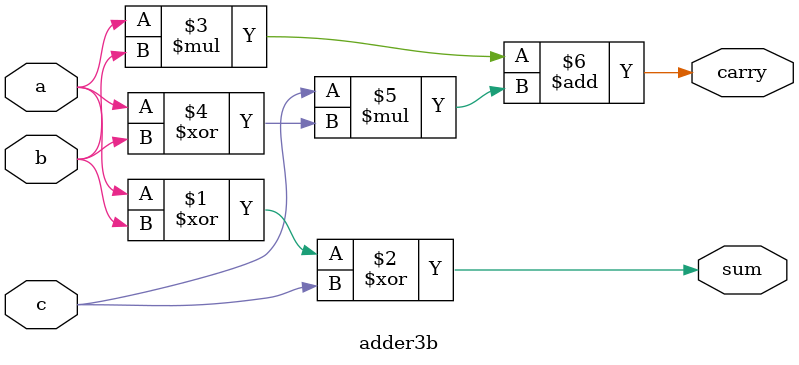
<source format=v>
module adder3b(
  input a,
  input b,
  input c,
  output sum,
  output carry
);
  assign sum = a ^ b ^ c;
  assign carry = (a * b) + c * (a ^ b);
endmodule
</source>
